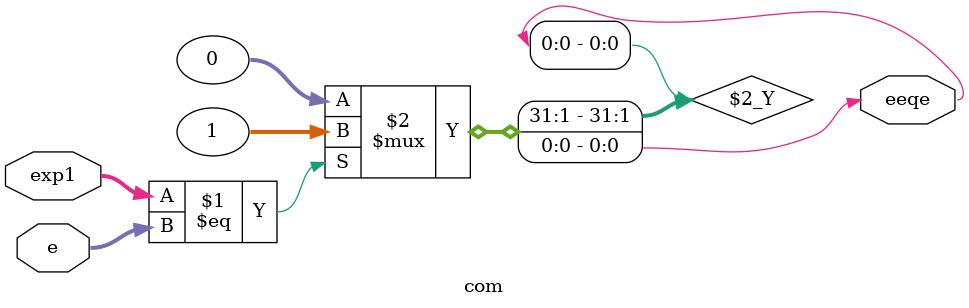
<source format=v>
module com(exp1,e,eeqe);
  input [7:0] e,exp1;
  output eeqe;
  assign eeqe=(exp1==e)?1:0;
  endmodule
  
</source>
